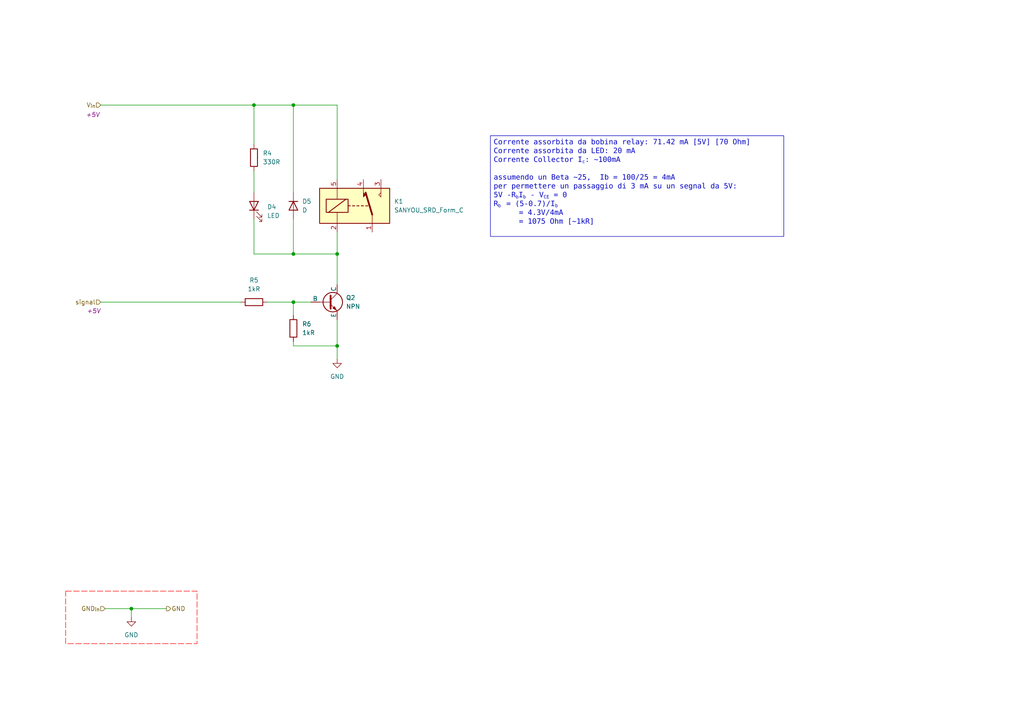
<source format=kicad_sch>
(kicad_sch (version 20250114) (generator "eeschema") (generator_version "9.0")
  (paper "A4")
  (title_block (title "Relay") (date "2025-09-25") (rev "v0.0.3") (company "Dag-Electronics"))
  (lib_symbols
    (symbol "Device:D" (pin_numbers (hide yes)) (pin_names (offset 1.016) (hide yes))
      (property "Reference" "D" (at 0 2.54 0))
      (property "Value" "D" (at 0 -2.54 0))
      (symbol "D_0_1"
        (polyline (pts (xy -1.27 1.27) (xy -1.27 -1.27)) (stroke (width 0.254)))
        (polyline (pts (xy 1.27 1.27) (xy 1.27 -1.27) (xy -1.27 0) (xy 1.27 1.27)) (stroke (width 0.254)))
        (polyline (pts (xy 1.27 0) (xy -1.27 0)))
      )
      (symbol "D_1_1"
        (pin passive line (at -3.81 0 0) (length 2.54) (name "K") (number "1"))
        (pin passive line (at 3.81 0 180) (length 2.54) (name "A") (number "2"))
      )
    )
    (symbol "Device:LED" (pin_numbers (hide yes)) (pin_names (offset 1.016) (hide yes))
      (property "Reference" "D" (at 0 2.54 0))
      (property "Value" "LED" (at 0 -2.54 0))
      (symbol "LED_0_1"
        (polyline (pts (xy -3.048 -0.762) (xy -4.572 -2.286) (xy -3.81 -2.286) (xy -4.572 -2.286) (xy -4.572 -1.524)))
        (polyline (pts (xy -1.778 -0.762) (xy -3.302 -2.286) (xy -2.54 -2.286) (xy -3.302 -2.286) (xy -3.302 -1.524)))
        (polyline (pts (xy -1.27 0) (xy 1.27 0)))
        (polyline (pts (xy -1.27 -1.27) (xy -1.27 1.27)) (stroke (width 0.254)))
        (polyline (pts (xy 1.27 -1.27) (xy 1.27 1.27) (xy -1.27 0) (xy 1.27 -1.27)) (stroke (width 0.254)))
      )
      (symbol "LED_1_1"
        (pin passive line (at -3.81 0 0) (length 2.54) (name "K") (number "1"))
        (pin passive line (at 3.81 0 180) (length 2.54) (name "A") (number "2"))
      )
    )
    (symbol "Device:R" (pin_numbers (hide yes)) (pin_names (offset 0))
      (property "Reference" "R" (at 2.032 0 90))
      (property "Value" "R" (at 0 0 90))
      (symbol "R_0_1"
        (rectangle (start -1.016 -2.54) (end 1.016 2.54) (stroke (width 0.254)))
      )
      (symbol "R_1_1"
        (pin passive line (at 0 3.81 270) (length 1.27) (name "~") (number "1"))
        (pin passive line (at 0 -3.81 90) (length 1.27) (name "~") (number "2"))
      )
    )
    (symbol "Relay:SANYOU_SRD_Form_C"
      (property "Reference" "K" (at 11.43 3.81 0))
      (property "Value" "SANYOU_SRD_Form_C" (at 11.43 1.27 0))
      (symbol "SANYOU_SRD_Form_C_0_0"
        (polyline (pts (xy 7.62 5.08) (xy 7.62 2.54) (xy 6.985 3.175) (xy 7.62 3.81)))
      )
      (symbol "SANYOU_SRD_Form_C_0_1"
        (rectangle (start -10.16 5.08) (end 10.16 -5.08) (stroke (width 0.254)) (fill (type background)))
        (rectangle (start -8.255 1.905) (end -1.905 -1.905) (stroke (width 0.254)))
        (polyline (pts (xy -7.62 -1.905) (xy -2.54 1.905)) (stroke (width 0.254)))
        (polyline (pts (xy -5.08 5.08) (xy -5.08 1.905)))
        (polyline (pts (xy -5.08 -5.08) (xy -5.08 -1.905)))
        (polyline (pts (xy -1.905 0) (xy -1.27 0)) (stroke (width 0.254)))
        (polyline (pts (xy -0.635 0) (xy 0 0)) (stroke (width 0.254)))
        (polyline (pts (xy 0.635 0) (xy 1.27 0)) (stroke (width 0.254)))
        (polyline (pts (xy 1.905 0) (xy 2.54 0)) (stroke (width 0.254)))
        (polyline (pts (xy 3.175 0) (xy 3.81 0)) (stroke (width 0.254)))
        (polyline (pts (xy 5.08 -2.54) (xy 3.175 3.81)) (stroke (width 0.508)))
        (polyline (pts (xy 5.08 -2.54) (xy 5.08 -5.08)))
      )
      (symbol "SANYOU_SRD_Form_C_1_1"
        (polyline (pts (xy 2.54 3.81) (xy 3.175 3.175) (xy 2.54 2.54) (xy 2.54 5.08)) (fill (type outline)))
        (pin passive line (at -5.08 7.62 270) (length 2.54) (name "~") (number "5"))
        (pin passive line (at -5.08 -7.62 90) (length 2.54) (name "~") (number "2"))
        (pin passive line (at 2.54 7.62 270) (length 2.54) (name "~") (number "4"))
        (pin passive line (at 5.08 -7.62 90) (length 2.54) (name "~") (number "1"))
        (pin passive line (at 7.62 7.62 270) (length 2.54) (name "~") (number "3"))
      )
    )
    (symbol "Simulation_SPICE:NPN" (pin_numbers (hide yes)) (pin_names (offset 0))
      (property "Reference" "Q" (at -2.54 7.62 0))
      (property "Value" "NPN" (at -2.54 5.08 0))
      (symbol "NPN_0_1"
        (polyline (pts (xy -2.54 0) (xy 0.635 0)) (stroke (width 0.1524)))
        (polyline (pts (xy 0.635 1.905) (xy 0.635 -1.905) (xy 0.635 -1.905)) (stroke (width 0.508)))
        (polyline (pts (xy 0.635 0.635) (xy 2.54 2.54)))
        (polyline (pts (xy 0.635 -0.635) (xy 2.54 -2.54) (xy 2.54 -2.54)))
        (circle (center 1.27 0) (radius 2.8194) (stroke (width 0.254)))
        (polyline (pts (xy 1.27 -1.778) (xy 1.778 -1.27) (xy 2.286 -2.286) (xy 1.27 -1.778) (xy 1.27 -1.778)) (fill (type outline)))
        (polyline (pts (xy 2.794 -1.27) (xy 2.794 -1.27)) (stroke (width 0.1524)))
        (polyline (pts (xy 2.794 -1.27) (xy 2.794 -1.27)) (stroke (width 0.1524)))
      )
      (symbol "NPN_1_1"
        (pin input line (at -5.08 0 0) (length 2.54) (name "B") (number "2"))
        (pin open_collector line (at 2.54 5.08 270) (length 2.54) (name "C") (number "1"))
        (pin open_emitter line (at 2.54 -5.08 90) (length 2.54) (name "E") (number "3"))
      )
    )
    (symbol "power:GND" (power) (pin_numbers (hide yes)) (pin_names (offset 0) (hide yes))
      (property "Value" "GND" (at 0 -3.81 0))
      (symbol "GND_0_1"
        (polyline (pts (xy 0 0) (xy 0 -1.27) (xy 1.27 -1.27) (xy 0 -2.54) (xy -1.27 -1.27) (xy 0 -1.27)))
      )
      (symbol "GND_1_1"
        (pin power_in line (at 0 0 270) (length 0) (name "~") (number "1"))
      )
    )
  )
  (text_box "Corrente assorbita da bobina relay: 71.42 mA [5V] [70 Ohm]\nCorrente assorbita da LED: 20 mA\nCorrente Collector I_{c}: ~100mA\n\nassumendo un Beta ~25,  Ib = 100/25 = 4mA\nper permettere un passaggio di 3 mA su un segnal da 5V:\n5V -R_{b}I_{b} - V_{CE} = 0\nR_{b} 	= (5-0.7)/I_{b}\n		= 4.3V/4mA \n		= 1075 Ohm [~1kR]" (at 142.24 39.37 0) (size 85.09 29.21) (margins 0.9525 0.9525 0.9525 0.9525) (effects (font (size 1.524 1.524)) (justify left top)))
  (junction (at 97.79 100.33))
  (junction (at 85.09 87.63))
  (junction (at 97.79 73.66))
  (junction (at 85.09 73.66))
  (junction (at 38.1 176.53))
  (junction (at 73.66 30.48))
  (junction (at 85.09 30.48))
  (wire (pts (xy 73.66 49.53) (xy 73.66 55.88)))
  (wire (pts (xy 85.09 87.63) (xy 90.17 87.63)))
  (wire (pts (xy 85.09 87.63) (xy 85.09 91.44)))
  (wire (pts (xy 97.79 67.31) (xy 97.79 73.66)))
  (wire (pts (xy 85.09 30.48) (xy 97.79 30.48)))
  (wire (pts (xy 85.09 73.66) (xy 97.79 73.66)))
  (wire (pts (xy 97.79 73.66) (xy 97.79 82.55)))
  (wire (pts (xy 73.66 30.48) (xy 85.09 30.48)))
  (wire (pts (xy 73.66 73.66) (xy 85.09 73.66)))
  (wire (pts (xy 85.09 63.5) (xy 85.09 73.66)))
  (wire (pts (xy 97.79 100.33) (xy 97.79 104.14)))
  (wire (pts (xy 85.09 100.33) (xy 85.09 99.06)))
  (wire (pts (xy 73.66 30.48) (xy 73.66 41.91)))
  (wire (pts (xy 85.09 55.88) (xy 85.09 30.48)))
  (wire (pts (xy 73.66 63.5) (xy 73.66 73.66)))
  (wire (pts (xy 97.79 30.48) (xy 97.79 52.07)))
  (wire (pts (xy 77.47 87.63) (xy 85.09 87.63)))
  (wire (pts (xy 85.09 100.33) (xy 97.79 100.33)))
  (wire (pts (xy 29.21 87.63) (xy 69.85 87.63)))
  (wire (pts (xy 38.1 176.53) (xy 48.26 176.53)))
  (wire (pts (xy 38.1 179.07) (xy 38.1 176.53)))
  (wire (pts (xy 30.48 176.53) (xy 38.1 176.53)))
  (wire (pts (xy 97.79 92.71) (xy 97.79 100.33)))
  (wire (pts (xy 29.21 30.48) (xy 73.66 30.48)))
  (hierarchical_label "GND" (shape output) (at 48.26 176.53 0))
  (hierarchical_label "GND_{in}" (shape input) (at 30.48 176.53 180))
  (hierarchical_label "signal" (shape input) (at 29.21 87.63 180) (property "V" "+5V" (at 29.21 90.17 0) (effects (font (italic yes)) (justify right))))
  (hierarchical_label "V_{in}" (shape input) (at 29.21 30.48 180) (property "V" "+5V" (at 28.956 33.274 0) (effects (font (italic yes)) (justify right))))
  (rule_area (polyline (pts (xy 19.05 171.45) (xy 57.15 171.45) (xy 57.15 186.69) (xy 19.05 186.69)) (stroke (width 0) (type dash))))
  (symbol (lib_id "Device:R") (at 73.66 45.72 0) (unit 1)
    (property "Reference" "R4" (at 76.2 44.4499 0) (effects (justify left)))
    (property "Value" "330R" (at 76.2 46.9899 0) (effects (justify left)))
    (property "Description" "Resistor" (effects (hide yes)))
  )
  (symbol (lib_id "power:GND") (at 38.1 179.07 0) (unit 1)
    (property "Reference" "#PWR023" (effects (hide yes)))
    (property "Value" "GND" (at 38.1 184.15 0))
    (property "Description" "Power symbol creates a global label with name \"GND\" , ground" (effects (hide yes)))
  )
  (symbol (lib_id "Device:LED") (at 73.66 59.69 90) (unit 1)
    (property "Reference" "D4" (at 77.47 60.0074 90) (effects (justify right)))
    (property "Value" "LED" (at 77.47 62.5474 90) (effects (justify right)))
    (property "Description" "Light emitting diode" (effects (hide yes)))
    (property "Sim.Pins" "1=K 2=A" (effects (hide yes)))
  )
  (symbol (lib_id "Relay:SANYOU_SRD_Form_C") (at 102.87 59.69 0) (unit 1)
    (property "Reference" "K1" (at 114.3 58.4199 0) (effects (justify left)))
    (property "Value" "SANYOU_SRD_Form_C" (at 114.3 60.9599 0) (effects (justify left)))
    (property "Footprint" "Relay_THT:Relay_SPDT_SANYOU_SRD_Series_Form_C" (effects (hide yes)))
    (property "Datasheet" "http://www.sanyourelay.ca/public/products/pdf/SRD.pdf" (effects (hide yes)))
    (property "Description" "Sanyo SRD relay, Single Pole Miniature Power Relay," (effects (hide yes)))
  )
  (symbol (lib_id "power:GND") (at 97.79 104.14 0) (unit 1)
    (property "Reference" "#PWR022" (effects (hide yes)))
    (property "Value" "GND" (at 97.79 109.22 0))
    (property "Description" "Power symbol creates a global label with name \"GND\" , ground" (effects (hide yes)))
  )
  (symbol (lib_id "Simulation_SPICE:NPN") (at 95.25 87.63 0) (unit 1)
    (property "Reference" "Q2" (at 100.33 86.3599 0) (effects (justify left)))
    (property "Value" "NPN" (at 100.33 88.8999 0) (effects (justify left)))
    (property "Datasheet" "https://ngspice.sourceforge.io/docs/ngspice-html-manual/manual.xhtml#cha_BJTs" (effects (hide yes)))
    (property "Description" "Bipolar transistor symbol for simulation only, substrate tied to the emitter" (effects (hide yes)))
    (property "Sim.Device" "NPN" (effects (hide yes)))
    (property "Sim.Type" "GUMMELPOON" (effects (hide yes)))
    (property "Sim.Pins" "1=C 2=B 3=E" (effects (hide yes)))
  )
  (symbol (lib_id "Device:R") (at 85.09 95.25 180) (unit 1)
    (property "Reference" "R6" (at 87.63 93.9799 0) (effects (justify right)))
    (property "Value" "1kR" (at 87.63 96.5199 0) (effects (justify right)))
    (property "Description" "Resistor" (effects (hide yes)))
  )
  (symbol (lib_id "Device:R") (at 73.66 87.63 90) (unit 1)
    (property "Reference" "R5" (at 73.66 81.28 90))
    (property "Value" "1kR" (at 73.66 83.82 90))
    (property "Description" "Resistor" (effects (hide yes)))
  )
  (symbol (lib_id "Device:D") (at 85.09 59.69 270) (unit 1)
    (property "Reference" "D5" (at 87.63 58.4199 90) (effects (justify left)))
    (property "Value" "D" (at 87.63 60.9599 90) (effects (justify left)))
    (property "Description" "Diode" (effects (hide yes)))
    (property "Sim.Device" "D" (effects (hide yes)))
    (property "Sim.Pins" "1=K 2=A" (effects (hide yes)))
  )
)
</source>
